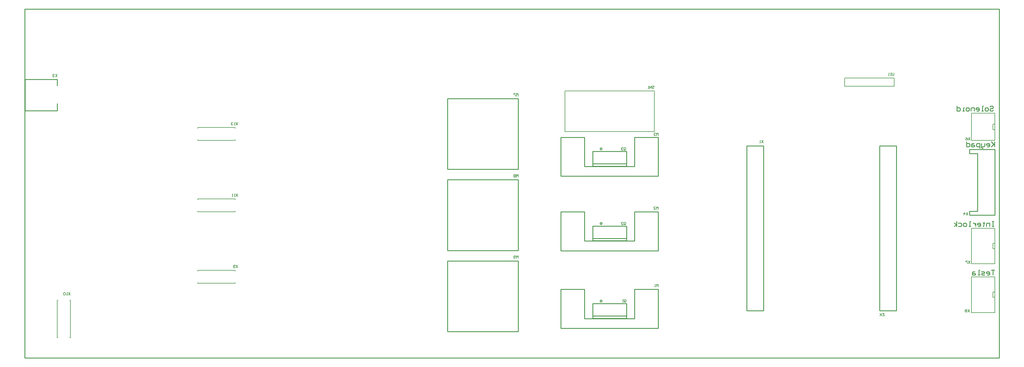
<source format=gbo>
G04 Layer_Color=32896*
%FSLAX43Y43*%
%MOMM*%
G71*
G01*
G75*
%ADD31C,0.150*%
%ADD34C,0.200*%
%ADD36C,0.254*%
D31*
X291400Y28975D02*
Y39950D01*
Y28975D02*
X298600D01*
Y39950D01*
X291400D02*
X298600D01*
X298025Y35285D02*
X298575D01*
X298025Y33660D02*
Y35285D01*
Y33660D02*
X298600D01*
X298025Y70360D02*
X298600D01*
X298025D02*
Y71985D01*
X298575D01*
X291400Y75450D02*
X298600D01*
Y67000D02*
Y75450D01*
X291400Y67000D02*
X298600D01*
X291400D02*
Y75450D01*
X298025Y18660D02*
X298600D01*
X298025D02*
Y20285D01*
X298575D01*
X291400Y24950D02*
X298600D01*
Y13975D02*
Y24950D01*
X291400Y13975D02*
X298600D01*
X291400D02*
Y24950D01*
X184567Y17333D02*
Y17866D01*
X184700Y18000D01*
X184967D01*
X185100Y17866D01*
Y17333D01*
X184967Y17200D01*
X184700D01*
X184833Y17467D02*
X184567Y17200D01*
X184700D02*
X184567Y17333D01*
X184300Y17200D02*
X184034D01*
X184167D01*
Y18000D01*
X184300Y17866D01*
X151878Y55691D02*
Y56491D01*
X151611Y56224D01*
X151345Y56491D01*
Y55691D01*
X151078Y56357D02*
X150945Y56491D01*
X150678D01*
X150545Y56357D01*
Y56224D01*
X150678Y56091D01*
X150545Y55958D01*
Y55824D01*
X150678Y55691D01*
X150945D01*
X151078Y55824D01*
Y55958D01*
X150945Y56091D01*
X151078Y56224D01*
Y56357D01*
X150945Y56091D02*
X150678D01*
X151878Y30697D02*
Y31497D01*
X151611Y31231D01*
X151345Y31497D01*
Y30697D01*
X151078Y30831D02*
X150945Y30697D01*
X150678D01*
X150545Y30831D01*
Y31364D01*
X150678Y31497D01*
X150945D01*
X151078Y31364D01*
Y31231D01*
X150945Y31097D01*
X150545D01*
X65543Y28555D02*
X65010Y27755D01*
Y28555D02*
X65543Y27755D01*
X64744Y27888D02*
X64610Y27755D01*
X64344D01*
X64211Y27888D01*
Y28421D01*
X64344Y28555D01*
X64610D01*
X64744Y28421D01*
Y28288D01*
X64610Y28155D01*
X64211D01*
X13956Y20147D02*
X13423Y19347D01*
Y20147D02*
X13956Y19347D01*
X13156D02*
X12890D01*
X13023D01*
Y20147D01*
X13156Y20014D01*
X12490D02*
X12357Y20147D01*
X12090D01*
X11957Y20014D01*
Y19481D01*
X12090Y19347D01*
X12357D01*
X12490Y19481D01*
Y20014D01*
X267567Y87838D02*
Y87172D01*
X267434Y87038D01*
X267167D01*
X267034Y87172D01*
Y87838D01*
X266767Y87038D02*
X266501D01*
X266634D01*
Y87838D01*
X266767Y87705D01*
X266101Y87038D02*
X265834D01*
X265967D01*
Y87838D01*
X266101Y87705D01*
X227307Y67046D02*
X226773Y66246D01*
Y67046D02*
X227307Y66246D01*
X226507D02*
X226240D01*
X226373D01*
Y67046D01*
X226507Y66913D01*
X291000Y29900D02*
X290467Y29100D01*
Y29900D02*
X291000Y29100D01*
X290200Y29900D02*
X289667D01*
Y29766D01*
X290200Y29233D01*
Y29100D01*
X291000Y67900D02*
X290467Y67100D01*
Y67900D02*
X291000Y67100D01*
X289667Y67900D02*
X289934Y67766D01*
X290200Y67500D01*
Y67233D01*
X290067Y67100D01*
X289800D01*
X289667Y67233D01*
Y67367D01*
X289800Y67500D01*
X290200D01*
X195000Y68500D02*
Y69300D01*
X194733Y69033D01*
X194467Y69300D01*
Y68500D01*
X194200Y69166D02*
X194067Y69300D01*
X193800D01*
X193667Y69166D01*
Y69033D01*
X193800Y68900D01*
X193934D01*
X193800D01*
X193667Y68767D01*
Y68633D01*
X193800Y68500D01*
X194067D01*
X194200Y68633D01*
X9968Y87406D02*
X9435Y86607D01*
Y87406D02*
X9968Y86607D01*
X9168Y87273D02*
X9035Y87406D01*
X8769D01*
X8635Y87273D01*
Y87140D01*
X8769Y87006D01*
X8902D01*
X8769D01*
X8635Y86873D01*
Y86740D01*
X8769Y86607D01*
X9035D01*
X9168Y86740D01*
X290300Y44800D02*
X289767Y44000D01*
Y44800D02*
X290300Y44000D01*
X289100D02*
Y44800D01*
X289500Y44400D01*
X288967D01*
X65543Y72547D02*
X65010Y71748D01*
Y72547D02*
X65543Y71748D01*
X64744D02*
X64477D01*
X64610D01*
Y72547D01*
X64744Y72414D01*
X64077D02*
X63944Y72547D01*
X63677D01*
X63544Y72414D01*
Y72281D01*
X63677Y72147D01*
X63811D01*
X63677D01*
X63544Y72014D01*
Y71881D01*
X63677Y71748D01*
X63944D01*
X64077Y71881D01*
X65543Y50551D02*
X65010Y49751D01*
Y50551D02*
X65543Y49751D01*
X64744D02*
X64477D01*
X64610D01*
Y50551D01*
X64744Y50418D01*
X64077Y49751D02*
X63811D01*
X63944D01*
Y50551D01*
X64077Y50418D01*
X290800Y14900D02*
X290267Y14100D01*
Y14900D02*
X290800Y14100D01*
X290000Y14766D02*
X289867Y14900D01*
X289600D01*
X289467Y14766D01*
Y14633D01*
X289600Y14500D01*
X289467Y14367D01*
Y14233D01*
X289600Y14100D01*
X289867D01*
X290000Y14233D01*
Y14367D01*
X289867Y14500D01*
X290000Y14633D01*
Y14766D01*
X289867Y14500D02*
X289600D01*
X263254Y12894D02*
X263787Y13694D01*
Y12894D02*
X263254Y13694D01*
X264586D02*
X264053D01*
X264586Y13161D01*
Y13027D01*
X264453Y12894D01*
X264187D01*
X264053Y13027D01*
X184467Y64133D02*
Y64666D01*
X184600Y64800D01*
X184867D01*
X185000Y64666D01*
Y64133D01*
X184867Y64000D01*
X184600D01*
X184733Y64267D02*
X184467Y64000D01*
X184600D02*
X184467Y64133D01*
X184200Y64666D02*
X184067Y64800D01*
X183800D01*
X183667Y64666D01*
Y64533D01*
X183800Y64400D01*
X183934D01*
X183800D01*
X183667Y64267D01*
Y64133D01*
X183800Y64000D01*
X184067D01*
X184200Y64133D01*
X184467Y41133D02*
Y41666D01*
X184600Y41800D01*
X184867D01*
X185000Y41666D01*
Y41133D01*
X184867Y41000D01*
X184600D01*
X184733Y41267D02*
X184467Y41000D01*
X184600D02*
X184467Y41133D01*
X183667Y41000D02*
X184200D01*
X183667Y41533D01*
Y41666D01*
X183800Y41800D01*
X184067D01*
X184200Y41666D01*
X194969Y21872D02*
Y22672D01*
X194702Y22406D01*
X194435Y22672D01*
Y21872D01*
X194169D02*
X193902D01*
X194036D01*
Y22672D01*
X194169Y22539D01*
X194969Y45777D02*
Y46576D01*
X194702Y46310D01*
X194435Y46576D01*
Y45777D01*
X193636D02*
X194169D01*
X193636Y46310D01*
Y46443D01*
X193769Y46576D01*
X194036D01*
X194169Y46443D01*
X151878Y80685D02*
Y81484D01*
X151611Y81218D01*
X151345Y81484D01*
Y80685D01*
X151078Y81484D02*
X150545D01*
Y81351D01*
X151078Y80818D01*
Y80685D01*
X193178Y83679D02*
X193312Y83812D01*
X193578D01*
X193712Y83679D01*
Y83545D01*
X193578Y83412D01*
X193312D01*
X193178Y83279D01*
Y83145D01*
X193312Y83012D01*
X193578D01*
X193712Y83145D01*
X192912Y83012D02*
Y83812D01*
X192379Y83012D01*
Y83812D01*
X192112Y83012D02*
X191846D01*
X191979D01*
Y83812D01*
X192112Y83679D01*
D34*
X53250Y27000D02*
X64750D01*
X53250Y26750D02*
Y27000D01*
X64750Y26750D02*
Y27000D01*
X53250Y23000D02*
Y23250D01*
X64750Y23000D02*
Y23250D01*
X53250Y23000D02*
X64750D01*
X10000Y6250D02*
Y17750D01*
Y6250D02*
X10250D01*
X10000Y17750D02*
X10250D01*
X13750Y6250D02*
X14000D01*
X13750Y17750D02*
X14000D01*
Y6250D02*
Y17750D01*
X252380Y86270D02*
X267620D01*
X252380Y83730D02*
Y86270D01*
Y83730D02*
X267620D01*
Y86270D01*
X53250Y71000D02*
X64750D01*
X53250Y70750D02*
Y71000D01*
X64750Y70750D02*
Y71000D01*
X53250Y67000D02*
Y67250D01*
X64750Y67000D02*
Y67250D01*
X53250Y67000D02*
X64750D01*
X53250Y49000D02*
X64750D01*
X53250Y48750D02*
Y49000D01*
X64750Y48750D02*
Y49000D01*
X53250Y45000D02*
Y45250D01*
X64750Y45000D02*
Y45250D01*
X53250Y45000D02*
X64750D01*
X193750Y69750D02*
Y82250D01*
X166250Y69750D02*
Y82250D01*
X193750D01*
X166250Y69750D02*
X193750D01*
D36*
X177700Y17500D02*
G03*
X177700Y17500I-300J0D01*
G01*
Y64400D02*
G03*
X177700Y64400I-300J0D01*
G01*
Y41400D02*
G03*
X177700Y41400I-300J0D01*
G01*
X174800Y12900D02*
X185200D01*
X174800Y12200D02*
Y16700D01*
X185200D01*
Y12200D02*
Y16700D01*
X174800Y12200D02*
X185200D01*
X130100Y33100D02*
Y54900D01*
X151900D01*
Y33100D02*
Y54900D01*
X130100Y33100D02*
X151900D01*
X130100Y8100D02*
X151900D01*
Y29900D01*
X130100D02*
X151900D01*
X130100Y8100D02*
Y29900D01*
X227430Y14570D02*
Y65370D01*
X222230D02*
X227430D01*
X222230Y14570D02*
Y65370D01*
Y14570D02*
X227430D01*
X165000Y56000D02*
X195000D01*
Y68000D01*
X187700D02*
X195000D01*
X187700Y59000D02*
Y68000D01*
X172300Y59000D02*
X187700D01*
X172300D02*
Y68000D01*
X165000D02*
X172300D01*
X165000Y56000D02*
Y68000D01*
X100Y76175D02*
X10000D01*
X100D02*
Y85825D01*
X10000D01*
Y83875D02*
Y85825D01*
Y76175D02*
Y78375D01*
X298600Y44000D02*
Y64200D01*
X290800Y44000D02*
X298600D01*
X290800Y64200D02*
X298600D01*
X290800Y63000D02*
Y64200D01*
Y63000D02*
X293300D01*
Y45200D02*
Y63000D01*
X290800Y45200D02*
X293300D01*
X290800Y44000D02*
Y45200D01*
X263130Y14570D02*
Y65370D01*
Y14570D02*
X268330D01*
Y65370D01*
X263130D02*
X268330D01*
X174800Y59800D02*
X185200D01*
X174800Y59100D02*
Y63600D01*
X185200D01*
Y59100D02*
Y63600D01*
X174800Y59100D02*
X185200D01*
X174800Y36100D02*
X185200D01*
Y40600D01*
X174800D02*
X185200D01*
X174800Y36100D02*
Y40600D01*
Y36800D02*
X185200D01*
X165000Y9100D02*
X195000D01*
Y21100D01*
X187700D02*
X195000D01*
X187700Y12100D02*
Y21100D01*
X172300Y12100D02*
X187700D01*
X172300D02*
Y21100D01*
X165000D02*
X172300D01*
X165000Y9100D02*
Y21100D01*
Y33000D02*
X195000D01*
Y45000D01*
X187700D02*
X195000D01*
X187700Y36000D02*
Y45000D01*
X172300Y36000D02*
X187700D01*
X172300D02*
Y45000D01*
X165000D02*
X172300D01*
X165000Y33000D02*
Y45000D01*
X130100Y58100D02*
X151900D01*
Y79900D01*
X130100D02*
X151900D01*
X130100Y58100D02*
Y79900D01*
X298500Y27024D02*
X297484D01*
X297992D01*
Y25500D01*
X296215D02*
X296723D01*
X296977Y25754D01*
Y26262D01*
X296723Y26516D01*
X296215D01*
X295961Y26262D01*
Y26008D01*
X296977D01*
X295453Y25500D02*
X294691D01*
X294437Y25754D01*
X294691Y26008D01*
X295199D01*
X295453Y26262D01*
X295199Y26516D01*
X294437D01*
X293929Y25500D02*
X293422D01*
X293676D01*
Y27024D01*
X293929D01*
X292406Y26516D02*
X291898D01*
X291644Y26262D01*
Y25500D01*
X292406D01*
X292660Y25754D01*
X292406Y26008D01*
X291644D01*
X298300Y42024D02*
X297792D01*
X298046D01*
Y40500D01*
X298300D01*
X297792D01*
X297030D02*
Y41516D01*
X296269D01*
X296015Y41262D01*
Y40500D01*
X295253Y41770D02*
Y41516D01*
X295507D01*
X294999D01*
X295253D01*
Y40754D01*
X294999Y40500D01*
X293476D02*
X293983D01*
X294237Y40754D01*
Y41262D01*
X293983Y41516D01*
X293476D01*
X293222Y41262D01*
Y41008D01*
X294237D01*
X292714Y41516D02*
Y40500D01*
Y41008D01*
X292460Y41262D01*
X292206Y41516D01*
X291952D01*
X291190Y40500D02*
X290682D01*
X290936D01*
Y42024D01*
X291190D01*
X289667Y40500D02*
X289159D01*
X288905Y40754D01*
Y41262D01*
X289159Y41516D01*
X289667D01*
X289921Y41262D01*
Y40754D01*
X289667Y40500D01*
X287382Y41516D02*
X288143D01*
X288397Y41262D01*
Y40754D01*
X288143Y40500D01*
X287382D01*
X286874D02*
Y42024D01*
Y41008D02*
X286112Y41516D01*
X286874Y41008D02*
X286112Y40500D01*
X297084Y77370D02*
X297338Y77624D01*
X297846D01*
X298100Y77370D01*
Y77116D01*
X297846Y76862D01*
X297338D01*
X297084Y76608D01*
Y76354D01*
X297338Y76100D01*
X297846D01*
X298100Y76354D01*
X296323Y76100D02*
X295815D01*
X295561Y76354D01*
Y76862D01*
X295815Y77116D01*
X296323D01*
X296576Y76862D01*
Y76354D01*
X296323Y76100D01*
X295053D02*
X294545D01*
X294799D01*
Y77624D01*
X295053D01*
X293022Y76100D02*
X293529D01*
X293783Y76354D01*
Y76862D01*
X293529Y77116D01*
X293022D01*
X292768Y76862D01*
Y76608D01*
X293783D01*
X292260Y76100D02*
Y77116D01*
X291498D01*
X291244Y76862D01*
Y76100D01*
X290482D02*
X289975D01*
X289721Y76354D01*
Y76862D01*
X289975Y77116D01*
X290482D01*
X290736Y76862D01*
Y76354D01*
X290482Y76100D01*
X289213D02*
X288705D01*
X288959D01*
Y77116D01*
X289213D01*
X286928Y77624D02*
Y76100D01*
X287689D01*
X287943Y76354D01*
Y76862D01*
X287689Y77116D01*
X286928D01*
X298500Y66624D02*
Y65100D01*
Y65608D01*
X297484Y66624D01*
X298246Y65862D01*
X297484Y65100D01*
X296215D02*
X296723D01*
X296977Y65354D01*
Y65862D01*
X296723Y66116D01*
X296215D01*
X295961Y65862D01*
Y65608D01*
X296977D01*
X295453Y66116D02*
Y65354D01*
X295199Y65100D01*
X294437D01*
Y64846D01*
X294691Y64592D01*
X294945D01*
X294437Y65100D02*
Y66116D01*
X293929Y64592D02*
Y66116D01*
X293168D01*
X292914Y65862D01*
Y65354D01*
X293168Y65100D01*
X293929D01*
X292152Y66116D02*
X291644D01*
X291390Y65862D01*
Y65100D01*
X292152D01*
X292406Y65354D01*
X292152Y65608D01*
X291390D01*
X289867Y66624D02*
Y65100D01*
X290629D01*
X290882Y65354D01*
Y65862D01*
X290629Y66116D01*
X289867D01*
X0Y0D02*
X300000D01*
Y107500D01*
X0D02*
X300000D01*
X0Y0D02*
Y107500D01*
M02*

</source>
